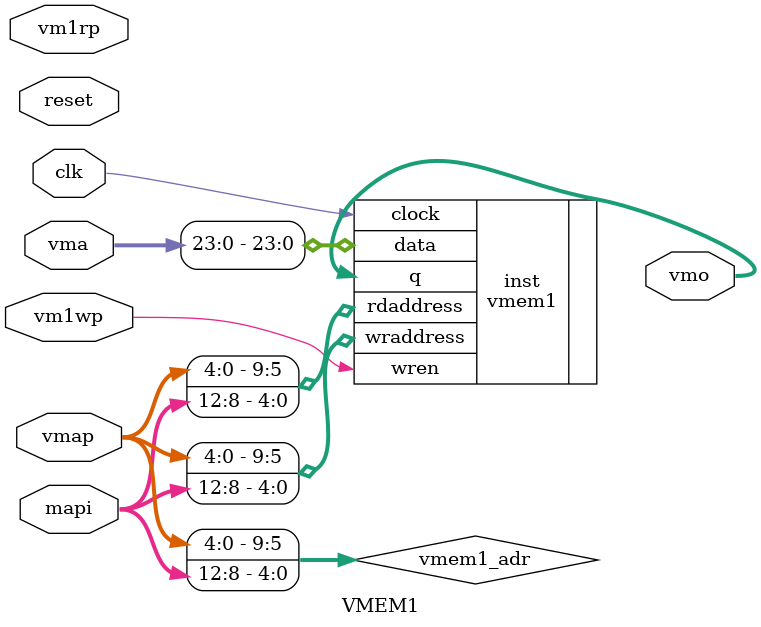
<source format=v>

`timescale 1ns/1ps
`default_nettype none

module VMEM1(/*AUTOARG*/
   // Outputs
   vmo,
   // Inputs
   clk, reset, mapi, vma, vmap, vm1rp, vm1wp
   );

   input wire clk;
   input wire reset;

   input [23:8] mapi;
   input [31:0] vma;
   input [4:0] vmap;
   input wire vm1rp;
   input wire vm1wp;
   output [23:0] vmo;

   ////////////////////////////////////////////////////////////////////////////////

   localparam ADDR_WIDTH = 10;
   localparam DATA_WIDTH = 24;
   localparam MEM_DEPTH = 1024;

   wire [9:0] vmem1_adr;

   ////////////////////////////////////////////////////////////////////////////////

   assign vmem1_adr = {vmap[4:0], mapi[12:8]};

//`define INFER

`ifdef SIMULATION
`define INFER
`endif

`ifdef INFER
   reg [23:0] ram [0:1023];
   reg [23:0] out_a;
   assign vmo = out_a;

   always @(posedge clk)
     if (vm1wp) begin
       ram[vmem1_adr] <= vma[23:0];
     end

   always @(posedge clk)
     if (reset)
       out_a <= 0;
     else if (vm1rp && ~vm1wp) begin
       out_a <= ram[vmem1_adr];
     end
     
`elsif ISE
   wire ena_a = vm1rp && ~vm1wp | 1'b0;
   wire ena_b = 1'b0 | vm1wp;

   ise_VMEM1 inst
     (
      .clka(clk),
      .ena(ena_a),
      .wea(1'b0),
      .addra(vmem1_adr),
      .dina(24'b0),
      .douta(vmo),
      .clkb(clk),
      .enb(ena_b),
      .web(vm1wp),
      .addrb(vmem1_adr),
      .dinb(vma[23:0]),
      .doutb()
      /*AUTOINST*/);
`else
vmem1 inst(
	.clock(clk),
	.data(vma[23:0]),
	.rdaddress(vmem1_adr),
	.wraddress(vmem1_adr),
	.wren(vm1wp),
	.q(vmo)
);
`endif

endmodule

`default_nettype wire

// Local Variables:
// verilog-library-directories: (".." "../cores/xilinx")
// End:

</source>
